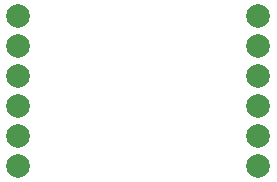
<source format=gbs>
G04 #@! TF.GenerationSoftware,KiCad,Pcbnew,7.0.10*
G04 #@! TF.CreationDate,2024-10-11T10:49:22-04:00*
G04 #@! TF.ProjectId,ad5689r,61643536-3839-4722-9e6b-696361645f70,rev?*
G04 #@! TF.SameCoordinates,Original*
G04 #@! TF.FileFunction,Soldermask,Bot*
G04 #@! TF.FilePolarity,Negative*
%FSLAX46Y46*%
G04 Gerber Fmt 4.6, Leading zero omitted, Abs format (unit mm)*
G04 Created by KiCad (PCBNEW 7.0.10) date 2024-10-11 10:49:22*
%MOMM*%
%LPD*%
G01*
G04 APERTURE LIST*
%ADD10C,2.004000*%
G04 APERTURE END LIST*
D10*
X27940000Y-25400000D03*
X27940000Y-27940000D03*
X27940000Y-30480000D03*
X27940000Y-33020000D03*
X27940000Y-35560000D03*
X27940000Y-38100000D03*
X48260000Y-25400000D03*
X48260000Y-27940000D03*
X48260000Y-30480000D03*
X48260000Y-33020000D03*
X48260000Y-35560000D03*
X48260000Y-38100000D03*
M02*

</source>
